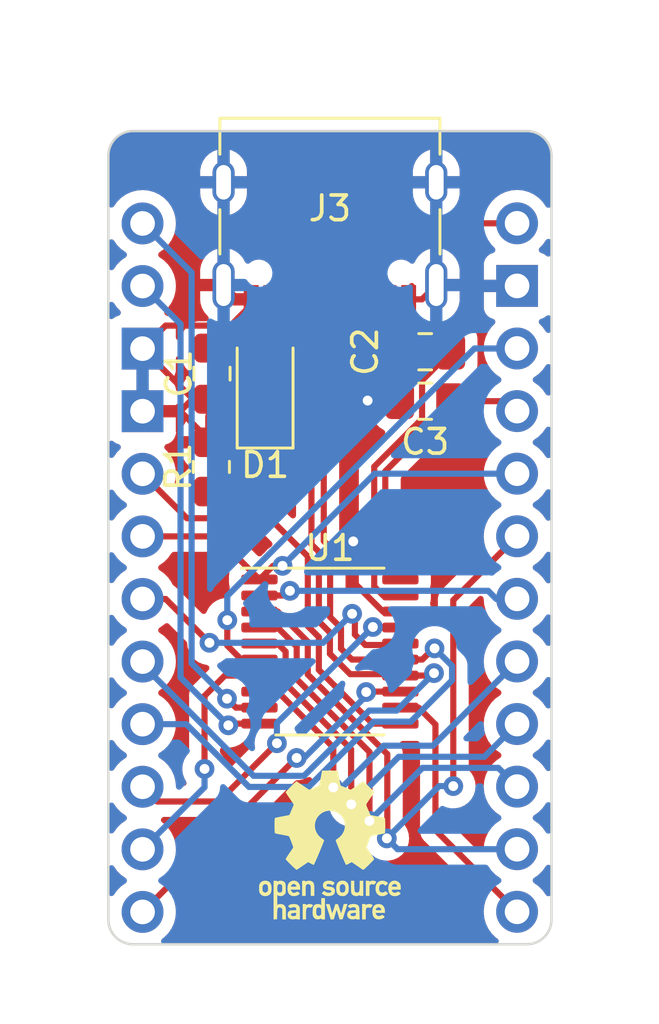
<source format=kicad_pcb>
(kicad_pcb (version 20221018) (generator pcbnew)
  (title_block (title "CH552T ProMicro") (date "2023-10-21") (rev "v0.1") (company "Namnlos") (comment 1 "Jan Lindblom"))
  (layers (0 "F.Cu" signal) (31 "B.Cu" signal) (34 "B.Paste" user) (35 "F.Paste" user) (36 "B.SilkS" user "B.Silkscreen") (37 "F.SilkS" user "F.Silkscreen") (38 "B.Mask" user) (39 "F.Mask" user) (44 "Edge.Cuts" user))
  (net 0 "")
  (net 1 "GND")
  (net 2 "VCC")
  (net 3 "+3V3")
  (net 4 "RST")
  (net 5 "P31")
  (net 6 "P30")
  (net 7 "P10")
  (net 12 "Net-(D1-K)")
  (net 13 "MISO")
  (net 14 "P14")
  (net 15 "P11")
  (net 16 "P33")
  (net 17 "P34")
  (net 18 "P35")
  (net 19 "P13")
  (net 20 "P12")
  (net 21 "A3")
  (net 22 "A2")
  (net 23 "P17")
  (net 24 "P37")
  (net 25 "P36")
  (footprint "Connector_USB:USB_C_Receptacle_Palconn_UTC16-G" (layer "F.Cu") (at 97.7816 70.471 180)
    (fp_text reference "J3" (at 0 1.1798) (layer "F.SilkS"))
    (fp_text value "USB_C_Receptacle_USB2.0")
    (pad "" np_thru_hole circle locked (at -2.89 -1.45) (size 0.6 0.6) (drill 0.6) (layers "*.Cu" "*.Mask"))
    (pad "" np_thru_hole circle locked (at 2.89 -1.45) (size 0.6 0.6) (drill 0.6) (layers "*.Cu" "*.Mask"))
    (pad "A1" smd rect locked (at -3.2 -2.51 180) (size 0.6 1.16) (layers "F.Cu" "F.Paste" "F.Mask") (net 1 "GND"))
    (pad "A4" smd rect locked (at -2.4 -2.51 180) (size 0.6 1.16) (layers "F.Cu" "F.Paste" "F.Mask") (net 2 "VCC"))
    (pad "A5" smd rect locked (at -1.25 -2.51) (size 0.3 1.16) (layers "F.Cu" "F.Paste" "F.Mask"))
    (pad "A6" smd rect locked (at -0.25 -2.51) (size 0.3 1.16) (layers "F.Cu" "F.Paste" "F.Mask") (net 25 "P36"))
    (pad "A7" smd rect locked (at 0.25 -2.51) (size 0.3 1.16) (layers "F.Cu" "F.Paste" "F.Mask") (net 24 "P37"))
    (pad "A8" smd rect locked (at 1.25 -2.51) (size 0.3 1.16) (layers "F.Cu" "F.Paste" "F.Mask"))
    (pad "A9" smd rect locked (at 2.4 -2.51 180) (size 0.6 1.16) (layers "F.Cu" "F.Paste" "F.Mask") (net 2 "VCC"))
    (pad "A12" smd rect locked (at 3.2 -2.51 180) (size 0.6 1.16) (layers "F.Cu" "F.Paste" "F.Mask") (net 1 "GND"))
    (pad "B1" smd rect locked (at 3.2 -2.51 180) (size 0.6 1.16) (layers "F.Cu" "F.Paste" "F.Mask") (net 1 "GND"))
    (pad "B4" smd rect locked (at 2.4 -2.51 180) (size 0.6 1.16) (layers "F.Cu" "F.Paste" "F.Mask") (net 2 "VCC"))
    (pad "B5" smd rect locked (at 1.75 -2.51) (size 0.3 1.16) (layers "F.Cu" "F.Paste" "F.Mask"))
    (pad "B6" smd rect locked (at 0.75 -2.51) (size 0.3 1.16) (layers "F.Cu" "F.Paste" "F.Mask") (net 25 "P36"))
    (pad "B7" smd rect locked (at -0.75 -2.51) (size 0.3 1.16) (layers "F.Cu" "F.Paste" "F.Mask") (net 24 "P37"))
    (pad "B8" smd rect locked (at -1.75 -2.51) (size 0.3 1.16) (layers "F.Cu" "F.Paste" "F.Mask"))
    (pad "B9" smd rect locked (at -2.4 -2.51 180) (size 0.6 1.16) (layers "F.Cu" "F.Paste" "F.Mask") (net 2 "VCC"))
    (pad "B12" smd rect locked (at -3.2 -2.51 180) (size 0.6 1.16) (layers "F.Cu" "F.Paste" "F.Mask") (net 1 "GND"))
    (pad "S1" thru_hole oval locked (at -4.32 -1.93 270) (size 2 0.9) (drill oval 1.7 0.6) (layers "*.Cu" "*.Mask") (net 1 "GND"))
    (pad "S1" thru_hole oval locked (at -4.32 2.24 270) (size 1.7 0.9) (drill oval 1.4 0.6) (layers "*.Cu" "*.Mask") (net 1 "GND"))
    (pad "S1" thru_hole oval locked (at 4.32 -1.93 270) (size 2 0.9) (drill oval 1.7 0.6) (layers "*.Cu" "*.Mask") (net 1 "GND"))
    (pad "S1" thru_hole oval locked (at 4.32 2.24 270) (size 1.7 0.9) (drill oval 1.4 0.6) (layers "*.Cu" "*.Mask") (net 1 "GND"))
  )
  (footprint "Symbol:OSHW-Logo_5.7x6mm_SilkScreen" (layer "F.Cu") (at 97.774673 95.123)
    (fp_text reference "REF**" hide)
    (fp_text value "OSHW-Logo_5.7x6mm_SilkScreen" hide)
  )
  (footprint "Capacitor_SMD:C_0805_2012Metric_Pad1.18x1.45mm_HandSolder" (layer "F.Cu") (at 101.6508 75.1078 180)
    (fp_text reference "C2" (at 2.4384 0 90) (layer "F.SilkS"))
    (fp_text value "10u")
    (pad "1" smd roundrect locked (at -1.0375 0 180) (size 1.175 1.45) (layers "F.Cu" "F.Paste" "F.Mask") (roundrect_rratio 0.212766) (net 2 "VCC"))
    (pad "2" smd roundrect locked (at 1.0375 0 180) (size 1.175 1.45) (layers "F.Cu" "F.Paste" "F.Mask") (roundrect_rratio 0.212766) (net 1 "GND"))
  )
  (footprint "Connector_PinHeader_2.54mm:PinHeader_1x12_P2.54mm_Vertical" (layer "F.Cu") (at 105.3846 69.8958)
    (fp_text reference "J2" hide)
    (fp_text value "Conn_01x12")
    (pad "1" thru_hole oval locked (at 0 0) (size 1.7 1.7) (drill 1) (layers "*.Cu" "*.Mask") (net 2 "VCC"))
    (pad "2" thru_hole rect locked (at 0 2.54) (size 1.7 1.7) (drill 1) (layers "*.Cu" "*.Mask") (net 1 "GND"))
    (pad "3" thru_hole oval locked (at 0 5.08) (size 1.7 1.7) (drill 1) (layers "*.Cu" "*.Mask") (net 4 "RST"))
    (pad "4" thru_hole oval locked (at 0 7.62) (size 1.7 1.7) (drill 1) (layers "*.Cu" "*.Mask") (net 3 "+3V3"))
    (pad "5" thru_hole oval locked (at 0 10.16) (size 1.7 1.7) (drill 1) (layers "*.Cu" "*.Mask") (net 21 "A3"))
    (pad "6" thru_hole oval locked (at 0 12.7) (size 1.7 1.7) (drill 1) (layers "*.Cu" "*.Mask") (net 22 "A2"))
    (pad "7" thru_hole oval locked (at 0 15.24) (size 1.7 1.7) (drill 1) (layers "*.Cu" "*.Mask") (net 14 "P14"))
    (pad "8" thru_hole oval locked (at 0 17.78) (size 1.7 1.7) (drill 1) (layers "*.Cu" "*.Mask") (net 15 "P11"))
    (pad "9" thru_hole oval locked (at 0 20.32) (size 1.7 1.7) (drill 1) (layers "*.Cu" "*.Mask") (net 23 "P17"))
    (pad "10" thru_hole oval locked (at 0 22.86) (size 1.7 1.7) (drill 1) (layers "*.Cu" "*.Mask") (net 13 "MISO"))
    (pad "11" thru_hole oval locked (at 0 25.4) (size 1.7 1.7) (drill 1) (layers "*.Cu" "*.Mask") (net 22 "A2"))
    (pad "12" thru_hole oval locked (at 0 27.94) (size 1.7 1.7) (drill 1) (layers "*.Cu" "*.Mask") (net 17 "P34"))
  )
  (footprint "LED_SMD:LED_1206_3216Metric_Pad1.42x1.75mm_HandSolder" (layer "F.Cu") (at 95.1484 76.5556 90)
    (fp_text reference "D1" (at -3.1496 0) (layer "F.SilkS"))
    (fp_text value "PWR")
    (pad "1" smd roundrect locked (at -1.4875 0 90) (size 1.425 1.75) (layers "F.Cu" "F.Paste" "F.Mask") (roundrect_rratio 0.175439) (net 12 "Net-(D1-K)"))
    (pad "2" smd roundrect locked (at 1.4875 0 90) (size 1.425 1.75) (layers "F.Cu" "F.Paste" "F.Mask") (roundrect_rratio 0.175439) (net 2 "VCC"))
  )
  (footprint "Capacitor_SMD:C_0805_2012Metric_Pad1.18x1.45mm_HandSolder" (layer "F.Cu") (at 92.9894 75.9968 -90)
    (fp_text reference "C1" (at 0 1.3462 90) (layer "F.SilkS"))
    (fp_text value "100n")
    (pad "1" smd roundrect (at -1.0375 0 270) (size 1.175 1.45) (layers "F.Cu" "F.Paste" "F.Mask") (roundrect_rratio 0.212766) (net 2 "VCC"))
    (pad "2" smd roundrect (at 1.0375 0 270) (size 1.175 1.45) (layers "F.Cu" "F.Paste" "F.Mask") (roundrect_rratio 0.212766) (net 1 "GND"))
  )
  (footprint "Resistor_SMD:R_0805_2012Metric_Pad1.20x1.40mm_HandSolder" (layer "F.Cu") (at 92.964 79.7814 90)
    (fp_text reference "R1" (at 0 -1.3462 270) (layer "F.SilkS"))
    (fp_text value "1k")
    (pad "1" smd roundrect locked (at -1 0 90) (size 1.2 1.4) (layers "F.Cu" "F.Paste" "F.Mask") (roundrect_rratio 0.208333) (net 12 "Net-(D1-K)"))
    (pad "2" smd roundrect locked (at 1 0 90) (size 1.2 1.4) (layers "F.Cu" "F.Paste" "F.Mask") (roundrect_rratio 0.208333) (net 1 "GND"))
  )
  (footprint "Connector_PinHeader_2.54mm:PinHeader_1x12_P2.54mm_Vertical" (layer "F.Cu") (at 90.17 69.9008)
    (fp_text reference "J1" hide)
    (fp_text value "Conn_01x12")
    (pad "1" thru_hole oval locked (at 0 0) (size 1.7 1.7) (drill 1) (layers "*.Cu" "*.Mask") (net 5 "P31"))
    (pad "2" thru_hole oval locked (at 0 2.54) (size 1.7 1.7) (drill 1) (layers "*.Cu" "*.Mask") (net 6 "P30"))
    (pad "3" thru_hole rect locked (at 0 5.08) (size 1.7 1.7) (drill 1) (layers "*.Cu" "*.Mask") (net 1 "GND"))
    (pad "4" thru_hole rect locked (at 0 7.62) (size 1.7 1.7) (drill 1) (layers "*.Cu" "*.Mask") (net 1 "GND"))
    (pad "5" thru_hole oval locked (at 0 10.16) (size 1.7 1.7) (drill 1) (layers "*.Cu" "*.Mask") (net 16 "P33"))
    (pad "6" thru_hole oval locked (at 0 12.7) (size 1.7 1.7) (drill 1) (layers "*.Cu" "*.Mask") (net 21 "A3"))
    (pad "7" thru_hole oval locked (at 0 15.24) (size 1.7 1.7) (drill 1) (layers "*.Cu" "*.Mask") (net 19 "P13"))
    (pad "8" thru_hole oval locked (at 0 17.78) (size 1.7 1.7) (drill 1) (layers "*.Cu" "*.Mask") (net 25 "P36"))
    (pad "9" thru_hole oval locked (at 0 20.32) (size 1.7 1.7) (drill 1) (layers "*.Cu" "*.Mask") (net 24 "P37"))
    (pad "10" thru_hole oval locked (at 0 22.86) (size 1.7 1.7) (drill 1) (layers "*.Cu" "*.Mask") (net 20 "P12"))
    (pad "11" thru_hole oval locked (at 0 25.4) (size 1.7 1.7) (drill 1) (layers "*.Cu" "*.Mask") (net 7 "P10"))
    (pad "12" thru_hole oval locked (at 0 27.94) (size 1.7 1.7) (drill 1) (layers "*.Cu" "*.Mask") (net 18 "P35"))
  )
  (footprint "Capacitor_SMD:C_0805_2012Metric_Pad1.18x1.45mm_HandSolder" (layer "F.Cu") (at 101.6508 77.1144 180)
    (fp_text reference "C3" (at 0 -1.651) (layer "F.SilkS"))
    (fp_text value "100n")
    (pad "1" smd roundrect locked (at -1.0375 0 180) (size 1.175 1.45) (layers "F.Cu" "F.Paste" "F.Mask") (roundrect_rratio 0.212766) (net 3 "+3V3"))
    (pad "2" smd roundrect locked (at 1.0375 0 180) (size 1.175 1.45) (layers "F.Cu" "F.Paste" "F.Mask") (roundrect_rratio 0.212766) (net 1 "GND"))
  )
  (footprint "Package_SO:TSSOP-20_4.4x6.5mm_P0.65mm" (layer "F.Cu") (at 97.7816 87.2744)
    (fp_text reference "U1" (at 0 -4.2) (layer "F.SilkS"))
    (fp_text value "CH552T")
    (pad "1" smd roundrect locked (at -2.8625 -2.925) (size 1.475 0.4) (layers "F.Cu" "F.Paste" "F.Mask") (net 21 "A3"))
    (pad "2" smd roundrect locked (at -2.8625 -2.275) (size 1.475 0.4) (layers "F.Cu" "F.Paste" "F.Mask") (net 14 "P14"))
    (pad "3" smd roundrect locked (at -2.8625 -1.625) (size 1.475 0.4) (layers "F.Cu" "F.Paste" "F.Mask") (net 22 "A2"))
    (pad "4" smd roundrect locked (at -2.8625 -0.975) (size 1.475 0.4) (layers "F.Cu" "F.Paste" "F.Mask") (net 13 "MISO"))
    (pad "5" smd roundrect locked (at -2.8625 -0.325) (size 1.475 0.4) (layers "F.Cu" "F.Paste" "F.Mask") (net 23 "P17"))
    (pad "6" smd roundrect locked (at -2.8625 0.325) (size 1.475 0.4) (layers "F.Cu" "F.Paste" "F.Mask") (net 4 "RST"))
    (pad "7" smd roundrect locked (at -2.8625 0.975) (size 1.475 0.4) (layers "F.Cu" "F.Paste" "F.Mask") (net 7 "P10"))
    (pad "8" smd roundrect locked (at -2.8625 1.625) (size 1.475 0.4) (layers "F.Cu" "F.Paste" "F.Mask") (net 15 "P11"))
    (pad "9" smd roundrect locked (at -2.8625 2.275) (size 1.475 0.4) (layers "F.Cu" "F.Paste" "F.Mask") (net 5 "P31"))
    (pad "10" smd roundrect locked (at -2.8625 2.925) (size 1.475 0.4) (layers "F.Cu" "F.Paste" "F.Mask") (net 6 "P30"))
    (pad "11" smd roundrect locked (at 2.8625 2.925) (size 1.475 0.4) (layers "F.Cu" "F.Paste" "F.Mask") (net 16 "P33"))
    (pad "12" smd roundrect locked (at 2.8625 2.275) (size 1.475 0.4) (layers "F.Cu" "F.Paste" "F.Mask") (net 17 "P34"))
    (pad "13" smd roundrect locked (at 2.8625 1.625) (size 1.475 0.4) (layers "F.Cu" "F.Paste" "F.Mask") (net 18 "P35"))
    (pad "14" smd roundrect locked (at 2.8625 0.975) (size 1.475 0.4) (layers "F.Cu" "F.Paste" "F.Mask") (net 25 "P36"))
    (pad "15" smd roundrect locked (at 2.8625 0.325) (size 1.475 0.4) (layers "F.Cu" "F.Paste" "F.Mask") (net 24 "P37"))
    (pad "16" smd roundrect locked (at 2.8625 -0.325) (size 1.475 0.4) (layers "F.Cu" "F.Paste" "F.Mask") (net 19 "P13"))
    (pad "17" smd roundrect locked (at 2.8625 -0.975) (size 1.475 0.4) (layers "F.Cu" "F.Paste" "F.Mask") (net 20 "P12"))
    (pad "18" smd roundrect locked (at 2.8625 -1.625) (size 1.475 0.4) (layers "F.Cu" "F.Paste" "F.Mask") (net 1 "GND"))
    (pad "19" smd roundrect locked (at 2.8625 -2.275) (size 1.475 0.4) (layers "F.Cu" "F.Paste" "F.Mask") (net 2 "VCC"))
    (pad "20" smd roundrect locked (at 2.8625 -2.925) (size 1.475 0.4) (layers "F.Cu" "F.Paste" "F.Mask") (net 3 "+3V3"))
  )
  (gr_arc locked (start 106.7816 98.153) (mid 106.488707 98.860107) (end 105.7816 99.153) (stroke (width 0.1)) (layer "Edge.Cuts"))
  (gr_line locked (start 88.7816 98.153) (end 88.7816 67.153) (stroke (width 0.1)) (layer "Edge.Cuts"))
  (gr_line locked (start 89.7816 66.153) (end 105.7816 66.153) (stroke (width 0.1)) (layer "Edge.Cuts"))
  (gr_arc locked (start 105.7816 66.153) (mid 106.488707 66.445893) (end 106.7816 67.153) (stroke (width 0.1)) (layer "Edge.Cuts"))
  (gr_line locked (start 105.7816 99.153) (end 89.7816 99.153) (stroke (width 0.1)) (layer "Edge.Cuts"))
  (gr_arc locked (start 88.7816 67.153) (mid 89.074493 66.445893) (end 89.7816 66.153) (stroke (width 0.1)) (layer "Edge.Cuts"))
  (gr_line locked (start 106.7816 67.153) (end 106.7816 98.153) (stroke (width 0.1)) (layer "Edge.Cuts"))
  (gr_arc locked (start 89.7816 99.153) (mid 89.074493 98.860107) (end 88.7816 98.153) (stroke (width 0.1)) (layer "Edge.Cuts"))
  (segment (start 99.932973 85.6494) (end 98.7298 84.446227) (width 0.25) (layer "F.Cu") (net 1))
  (segment (start 91.7034 77.5208) (end 92.964 78.7814) (width 0.25) (layer "F.Cu") (net 1))
  (segment (start 94.5816 72.981) (end 94.0416 72.981) (width 0.25) (layer "F.Cu") (net 1))
  (segment (start 100.9816 72.981) (end 101.5216 72.981) (width 0.25) (layer "F.Cu") (net 1))
  (segment (start 90.17 74.9808) (end 92.2235 77.0343) (width 0.25) (layer "F.Cu") (net 1))
  (segment (start 90.17 77.5208) (end 91.7034 77.5208) (width 0.25) (layer "F.Cu") (net 1))
  (segment (start 98.7298 84.446227) (end 98.7298 82.804) (width 0.25) (layer "F.Cu") (net 1))
  (segment (start 101.5216 72.981) (end 102.1016 72.401) (width 0.25) (layer "F.Cu") (net 1))
  (segment (start 91.104 74.0468) (end 93.7456 74.0468) (width 0.25) (layer "F.Cu") (net 1))
  (segment (start 94.0416 72.981) (end 93.4616 72.401) (width 0.25) (layer "F.Cu") (net 1))
  (segment (start 92.2235 77.0343) (end 92.9894 77.0343) (width 0.25) (layer "F.Cu") (net 1))
  (segment (start 90.17 74.9808) (end 91.104 74.0468) (width 0.25) (layer "F.Cu") (net 1))
  (segment (start 92.9894 77.0343) (end 92.1899 77.0343) (width 0.25) (layer "F.Cu") (net 1))
  (segment (start 92.1899 77.0343) (end 91.7034 77.5208) (width 0.25) (layer "F.Cu") (net 1))
  (segment (start 100.6133 77.1144) (end 100.6133 75.1078) (width 0.25) (layer "F.Cu") (net 1))
  (segment (start 94.5816 73.2108) (end 94.5816 72.981) (width 0.25) (layer "F.Cu") (net 1))
  (segment (start 93.7456 74.0468) (end 94.5816 73.2108) (width 0.25) (layer "F.Cu") (net 1))
  (segment (start 100.6441 85.6494) (end 99.932973 85.6494) (width 0.25) (layer "F.Cu") (net 1))
  (via (at 98.7298 82.804) (size 0.8) (drill 0.4) (layers "F.Cu" "B.Cu") (net 1))
  (via (at 99.314 77.089) (size 0.8) (drill 0.4) (layers "F.Cu" "B.Cu") (net 1))
  (segment (start 105.3846 72.4358) (end 102.1364 72.4358) (width 0.25) (layer "B.Cu") (net 1))
  (segment (start 102.1364 72.4358) (end 102.1016 72.401) (width 0.25) (layer "B.Cu") (net 1))
  (segment (start 99.945743 84.9994) (end 100.6441 84.9994) (width 0.25) (layer "F.Cu") (net 2))
  (segment (start 99.5816 84.635257) (end 99.945743 84.9994) (width 0.25) (layer "F.Cu") (net 2))
  (segment (start 100.1816 72.385594) (end 97.8868 70.090794) (width 0.25) (layer "F.Cu") (net 2))
  (segment (start 102.6883 75.1078) (end 101.4665 73.886) (width 0.25) (layer "F.Cu") (net 2))
  (segment (start 102.6883 75.1078) (end 101.5258 76.2703) (width 0.25) (layer "F.Cu") (net 2))
  (segment (start 93.0982 75.0681) (end 92.9894 74.9593) (width 0.25) (layer "F.Cu") (net 2))
  (segment (start 97.8868 70.090794) (end 97.8868 69.8958) (width 0.25) (layer "F.Cu") (net 2))
  (segment (start 101.4665 73.886) (end 100.5066 73.886) (width 0.25) (layer "F.Cu") (net 2))
  (segment (start 100.1816 73.561) (end 100.1816 72.981) (width 0.25) (layer "F.Cu") (net 2))
  (segment (start 105.3846 69.8958) (end 97.8868 69.8958) (width 0.25) (layer "F.Cu") (net 2))
  (segment (start 100.1816 72.981) (end 100.1816 72.385594) (width 0.25) (layer "F.Cu") (net 2))
  (segment (start 99.5816 79.771774) (end 99.5816 84.635257) (width 0.25) (layer "F.Cu") (net 2))
  (segment (start 100.5066 73.886) (end 100.1816 73.561) (width 0.25) (layer "F.Cu") (net 2))
  (segment (start 95.3816 74.8349) (end 95.1484 75.0681) (width 0.25) (layer "F.Cu") (net 2))
  (segment (start 101.5258 76.2703) (end 101.5258 77.827574) (width 0.25) (layer "F.Cu") (net 2))
  (segment (start 97.8868 69.8958) (end 95.3816 72.401) (width 0.25) (layer "F.Cu") (net 2))
  (segment (start 101.5258 77.827574) (end 99.5816 79.771774) (width 0.25) (layer "F.Cu") (net 2))
  (segment (start 95.1484 75.0681) (end 93.0982 75.0681) (width 0.25) (layer "F.Cu") (net 2))
  (segment (start 95.3816 72.981) (end 95.3816 74.8349) (width 0.25) (layer "F.Cu") (net 2))
  (segment (start 95.3816 72.401) (end 95.3816 72.981) (width 0.25) (layer "F.Cu") (net 2))
  (segment (start 100.0316 79.95817) (end 102.6883 77.30147) (width 0.25) (layer "F.Cu") (net 3))
  (segment (start 102.6883 77.30147) (end 102.6883 77.1144) (width 0.25) (layer "F.Cu") (net 3))
  (segment (start 100.6441 84.3494) (end 100.0316 83.7369) (width 0.25) (layer "F.Cu") (net 3))
  (segment (start 100.0316 83.7369) (end 100.0316 79.95817) (width 0.25) (layer "F.Cu") (net 3))
  (segment (start 102.6883 77.1144) (end 104.9832 77.1144) (width 0.25) (layer "F.Cu") (net 3))
  (segment (start 104.9832 77.1144) (end 105.3846 77.5158) (width 0.25) (layer "F.Cu") (net 3))
  (segment (start 93.6128 87.0306) (end 94.1816 87.5994) (width 0.25) (layer "F.Cu") (net 4))
  (segment (start 93.6128 86.002666) (end 93.6128 87.0306) (width 0.25) (layer "F.Cu") (net 4))
  (segment (start 93.611415 86.001281) (end 93.6128 86.002666) (width 0.25) (layer "F.Cu") (net 4))
  (segment (start 94.1816 87.5994) (end 94.9191 87.5994) (width 0.25) (layer "F.Cu") (net 4))
  (via (at 93.611415 86.001281) (size 0.8) (drill 0.4) (layers "F.Cu" "B.Cu") (net 4))
  (segment (start 93.611415 86.001281) (end 93.611415 85.016265) (width 0.25) (layer "B.Cu") (net 4))
  (segment (start 103.65188 74.9758) (end 105.3846 74.9758) (width 0.25) (layer "B.Cu") (net 4))
  (segment (start 93.611415 85.016265) (end 103.65188 74.9758) (width 0.25) (layer "B.Cu") (net 4))
  (segment (start 94.9191 89.5494) (end 93.962212 89.5494) (width 0.25) (layer "F.Cu") (net 5))
  (segment (start 93.962212 89.5494) (end 93.600259 89.187447) (width 0.25) (layer "F.Cu") (net 5))
  (via (at 93.600259 89.187447) (size 0.8) (drill 0.4) (layers "F.Cu" "B.Cu") (net 5))
  (segment (start 92.1628 71.8936) (end 92.1628 87.749988) (width 0.25) (layer "B.Cu") (net 5))
  (segment (start 92.1628 87.749988) (end 93.600259 89.187447) (width 0.25) (layer "B.Cu") (net 5))
  (segment (start 90.17 69.9008) (end 92.1628 71.8936) (width 0.25) (layer "B.Cu") (net 5))
  (segment (start 94.9191 90.1994) (end 93.722438 90.1994) (width 0.25) (layer "F.Cu") (net 6))
  (segment (start 93.722438 90.1994) (end 93.654672 90.267166) (width 0.25) (layer "F.Cu") (net 6))
  (via (at 93.654672 90.267166) (size 0.8) (drill 0.4) (layers "F.Cu" "B.Cu") (net 6))
  (segment (start 90.17 72.4408) (end 91.7128 73.9836) (width 0.25) (layer "B.Cu") (net 6))
  (segment (start 91.7128 73.9836) (end 91.7128 88.325294) (width 0.25) (layer "B.Cu") (net 6))
  (segment (start 91.7128 88.325294) (end 93.654672 90.267166) (width 0.25) (layer "B.Cu") (net 6))
  (segment (start 94.9191 88.2494) (end 93.513001 88.2494) (width 0.25) (layer "F.Cu") (net 7))
  (segment (start 92.688033 89.074368) (end 92.688033 92.036939) (width 0.25) (layer "F.Cu") (net 7))
  (segment (start 93.513001 88.2494) (end 92.688033 89.074368) (width 0.25) (layer "F.Cu") (net 7))
  (via (at 92.688033 92.036939) (size 0.8) (drill 0.4) (layers "F.Cu" "B.Cu") (net 7))
  (segment (start 92.688033 92.782767) (end 92.688033 92.036939) (width 0.25) (layer "B.Cu") (net 7))
  (segment (start 90.17 95.3008) (end 92.688033 92.782767) (width 0.25) (layer "B.Cu") (net 7))
  (segment (start 95.1484 78.597) (end 95.1484 78.0431) (width 0.25) (layer "F.Cu") (net 12))
  (segment (start 92.964 80.7814) (end 95.1484 78.597) (width 0.25) (layer "F.Cu") (net 12))
  (segment (start 94.9191 86.2994) (end 95.6566 86.2994) (width 0.25) (layer "F.Cu") (net 13))
  (segment (start 96.4316 88.391897) (end 99.388213 91.34851) (width 0.25) (layer "F.Cu") (net 13))
  (segment (start 95.6566 86.2994) (end 96.4316 87.0744) (width 0.25) (layer "F.Cu") (net 13))
  (segment (start 99.388213 91.34851) (end 99.388213 94.147382) (width 0.25) (layer "F.Cu") (net 13))
  (segment (start 96.4316 87.0744) (end 96.4316 88.391897) (width 0.25) (layer "F.Cu") (net 13))
  (via (at 99.388213 94.147382) (size 0.8) (drill 0.4) (layers "F.Cu" "B.Cu") (net 13))
  (segment (start 101.540551 91.995044) (end 99.388213 94.147382) (width 0.25) (layer "B.Cu") (net 13))
  (segment (start 105.3846 92.7558) (end 104.623844 91.995044) (width 0.25) (layer "B.Cu") (net 13))
  (segment (start 104.623844 91.995044) (end 101.540551 91.995044) (width 0.25) (layer "B.Cu") (net 13))
  (segment (start 95.967958 84.9994) (end 96.1578 84.809558) (width 0.25) (layer "F.Cu") (net 14))
  (segment (start 94.9191 84.9994) (end 95.967958 84.9994) (width 0.25) (layer "F.Cu") (net 14))
  (via (at 96.1578 84.809558) (size 0.8) (drill 0.4) (layers "F.Cu" "B.Cu") (net 14))
  (segment (start 105.3846 85.1358) (end 104.5346 85.1358) (width 0.25) (layer "B.Cu") (net 14))
  (segment (start 104.208358 84.809558) (end 96.1578 84.809558) (width 0.25) (layer "B.Cu") (net 14))
  (segment (start 104.5346 85.1358) (end 104.208358 84.809558) (width 0.25) (layer "B.Cu") (net 14))
  (segment (start 95.6566 88.8994) (end 97.920103 91.162903) (width 0.25) (layer "F.Cu") (net 15))
  (segment (start 94.9191 88.8994) (end 95.6566 88.8994) (width 0.25) (layer "F.Cu") (net 15))
  (segment (start 97.920103 91.162903) (end 97.920103 92.789304) (width 0.25) (layer "F.Cu") (net 15))
  (via (at 97.920103 92.789304) (size 0.8) (drill 0.4) (layers "F.Cu" "B.Cu") (net 15))
  (segment (start 99.965152 91.095044) (end 98.270892 92.789304) (width 0.25) (layer "B.Cu") (net 15))
  (segment (start 105.3846 87.6758) (end 101.965356 91.095044) (width 0.25) (layer "B.Cu") (net 15))
  (segment (start 98.270892 92.789304) (end 97.920103 92.789304) (width 0.25) (layer "B.Cu") (net 15))
  (segment (start 101.965356 91.095044) (end 99.965152 91.095044) (width 0.25) (layer "B.Cu") (net 15))
  (segment (start 97.3316 86.688004) (end 96.8828 86.239204) (width 0.25) (layer "F.Cu") (net 16))
  (segment (start 95.335505 81.8642) (end 91.9734 81.8642) (width 0.25) (layer "F.Cu") (net 16))
  (segment (start 96.8828 86.239204) (end 96.8828 83.411495) (width 0.25) (layer "F.Cu") (net 16))
  (segment (start 100.6441 90.1994) (end 99.511895 90.1994) (width 0.25) (layer "F.Cu") (net 16))
  (segment (start 99.511895 90.1994) (end 97.3316 88.019105) (width 0.25) (layer "F.Cu") (net 16))
  (segment (start 97.3316 88.019105) (end 97.3316 86.688004) (width 0.25) (layer "F.Cu") (net 16))
  (segment (start 91.9734 81.8642) (end 90.17 80.0608) (width 0.25) (layer "F.Cu") (net 16))
  (segment (start 96.8828 83.411495) (end 95.335505 81.8642) (width 0.25) (layer "F.Cu") (net 16))
  (segment (start 100.6441 89.5494) (end 101.3816 89.5494) (width 0.25) (layer "F.Cu") (net 17))
  (segment (start 101.3816 89.5494) (end 102.0688 90.2366) (width 0.25) (layer "F.Cu") (net 17))
  (segment (start 102.0688 94.52) (end 105.3846 97.8358) (width 0.25) (layer "F.Cu") (net 17))
  (segment (start 102.0688 90.2366) (end 102.0688 94.52) (width 0.25) (layer "F.Cu") (net 17))
  (segment (start 100.6441 88.8994) (end 99.273009 88.8994) (width 0.25) (layer "F.Cu") (net 18))
  (segment (start 99.273009 88.8994) (end 99.255105 88.917304) (width 0.25) (layer "F.Cu") (net 18))
  (segment (start 90.17 97.8408) (end 96.4184 91.5924) (width 0.25) (layer "F.Cu") (net 18))
  (segment (start 96.4184 91.5924) (end 96.43 91.5924) (width 0.25) (layer "F.Cu") (net 18))
  (via (at 99.255105 88.917304) (size 0.8) (drill 0.4) (layers "F.Cu" "B.Cu") (net 18))
  (via (at 96.43 91.5924) (size 0.8) (drill 0.4) (layers "F.Cu" "B.Cu") (net 18))
  (segment (start 99.255105 89.0698) (end 96.732505 91.5924) (width 0.25) (layer "B.Cu") (net 18))
  (segment (start 96.732505 91.5924) (end 96.43 91.5924) (width 0.25) (layer "B.Cu") (net 18))
  (segment (start 99.255105 88.917304) (end 99.255105 89.0698) (width 0.25) (layer "B.Cu") (net 18))
  (segment (start 91.1098 85.1408) (end 92.8878 86.9188) (width 0.25) (layer "F.Cu") (net 19))
  (segment (start 90.17 85.1408) (end 91.1098 85.1408) (width 0.25) (layer "F.Cu") (net 19))
  (segment (start 98.795855 85.854161) (end 98.683611 85.741917) (width 0.25) (layer "F.Cu") (net 19))
  (segment (start 99.22055 87.009061) (end 98.795855 86.584366) (width 0.25) (layer "F.Cu") (net 19))
  (segment (start 100.584439 87.009061) (end 99.22055 87.009061) (width 0.25) (layer "F.Cu") (net 19))
  (segment (start 98.795855 86.584366) (end 98.795855 85.854161) (width 0.25) (layer "F.Cu") (net 19))
  (segment (start 100.6441 86.9494) (end 100.584439 87.009061) (width 0.25) (layer "F.Cu") (net 19))
  (via (at 98.683611 85.741917) (size 0.8) (drill 0.4) (layers "F.Cu" "B.Cu") (net 19))
  (via (at 92.8878 86.9188) (size 0.8) (drill 0.4) (layers "F.Cu" "B.Cu") (net 19))
  (segment (start 92.8878 86.9188) (end 97.506728 86.9188) (width 0.25) (layer "B.Cu") (net 19))
  (segment (start 97.506728 86.9188) (end 98.683611 85.741917) (width 0.25) (layer "B.Cu") (net 19))
  (segment (start 90.768568 93.359368) (end 93.263847 93.359368) (width 0.25) (layer "F.Cu") (net 20))
  (segment (start 99.548972 86.2994) (end 99.527699 86.278127) (width 0.25) (layer "F.Cu") (net 20))
  (segment (start 90.17 92.7608) (end 90.768568 93.359368) (width 0.25) (layer "F.Cu") (net 20))
  (segment (start 100.6441 86.2994) (end 99.548972 86.2994) (width 0.25) (layer "F.Cu") (net 20))
  (segment (start 93.263847 93.359368) (end 95.627585 90.99563) (width 0.25) (layer "F.Cu") (net 20))
  (via (at 99.527699 86.278127) (size 0.8) (drill 0.4) (layers "F.Cu" "B.Cu") (net 20))
  (via (at 95.627585 90.99563) (size 0.8) (drill 0.4) (layers "F.Cu" "B.Cu") (net 20))
  (segment (start 99.527699 86.278127) (end 95.627585 90.178241) (width 0.25) (layer "B.Cu") (net 20))
  (segment (start 95.627585 90.178241) (end 95.627585 90.99563) (width 0.25) (layer "B.Cu") (net 20))
  (segment (start 95.472115 83.796385) (end 95.8566 83.796385) (width 0.25) (layer "F.Cu") (net 21))
  (segment (start 93.1705 82.6008) (end 90.17 82.6008) (width 0.25) (layer "F.Cu") (net 21))
  (segment (start 94.9191 84.3494) (end 93.1705 82.6008) (width 0.25) (layer "F.Cu") (net 21))
  (segment (start 94.9191 84.3494) (end 95.472115 83.796385) (width 0.25) (layer "F.Cu") (net 21))
  (via (at 95.8566 83.796385) (size 0.8) (drill 0.4) (layers "F.Cu" "B.Cu") (net 21))
  (segment (start 105.3846 80.0558) (end 99.597185 80.0558) (width 0.25) (layer "B.Cu") (net 21))
  (segment (start 99.597185 80.0558) (end 95.8566 83.796385) (width 0.25) (layer "B.Cu") (net 21))
  (segment (start 100.113213 91.437114) (end 100.113213 94.836592) (width 0.25) (layer "F.Cu") (net 22))
  (segment (start 105.3846 82.5958) (end 102.7938 85.1866) (width 0.25) (layer "F.Cu") (net 22))
  (segment (start 94.9191 85.6494) (end 95.6566 85.6494) (width 0.25) (layer "F.Cu") (net 22))
  (segment (start 95.6566 85.6494) (end 96.8816 86.8744) (width 0.25) (layer "F.Cu") (net 22))
  (segment (start 96.8816 88.205501) (end 100.113213 91.437114) (width 0.25) (layer "F.Cu") (net 22))
  (segment (start 100.113213 94.836592) (end 100.09307 94.856735) (width 0.25) (layer "F.Cu") (net 22))
  (segment (start 102.7938 85.1866) (end 102.7938 92.7354) (width 0.25) (layer "F.Cu") (net 22))
  (segment (start 96.8816 86.8744) (end 96.8816 88.205501) (width 0.25) (layer "F.Cu") (net 22))
  (via (at 102.7938 92.7354) (size 0.8) (drill 0.4) (layers "F.Cu" "B.Cu") (net 22))
  (via (at 100.09307 94.856735) (size 0.8) (drill 0.4) (layers "F.Cu" "B.Cu") (net 22))
  (segment (start 105.3846 95.2958) (end 100.532135 95.2958) (width 0.25) (layer "B.Cu") (net 22))
  (segment (start 102.7938 92.7354) (end 102.214405 92.7354) (width 0.25) (layer "B.Cu") (net 22))
  (segment (start 102.214405 92.7354) (end 100.09307 94.856735) (width 0.25) (layer "B.Cu") (net 22))
  (segment (start 100.532135 95.2958) (end 100.09307 94.856735) (width 0.25) (layer "B.Cu") (net 22))
  (segment (start 98.642 91.238693) (end 98.642 92.485896) (width 0.25) (layer "F.Cu") (net 23))
  (segment (start 98.642 92.485896) (end 98.648304 92.4922) (width 0.25) (layer "F.Cu") (net 23))
  (segment (start 95.6566 86.9494) (end 95.9816 87.2744) (width 0.25) (layer "F.Cu") (net 23))
  (segment (start 94.9191 86.9494) (end 95.6566 86.9494) (width 0.25) (layer "F.Cu") (net 23))
  (segment (start 95.9816 88.578293) (end 98.642 91.238693) (width 0.25) (layer "F.Cu") (net 23))
  (segment (start 95.9816 87.2744) (end 95.9816 88.578293) (width 0.25) (layer "F.Cu") (net 23))
  (segment (start 98.648304 92.4922) (end 98.648304 93.474671) (width 0.25) (layer "F.Cu") (net 23))
  (via (at 98.648304 93.474671) (size 0.8) (drill 0.4) (layers "F.Cu" "B.Cu") (net 23))
  (segment (start 100.577931 91.545044) (end 98.648304 93.474671) (width 0.25) (layer "B.Cu") (net 23))
  (segment (start 104.055356 91.545044) (end 100.577931 91.545044) (width 0.25) (layer "B.Cu") (net 23))
  (segment (start 105.3846 90.2158) (end 104.055356 91.545044) (width 0.25) (layer "B.Cu") (net 23))
  (segment (start 97.5316 82.787503) (end 97.5316 72.981) (width 0.25) (layer "F.Cu") (net 24))
  (segment (start 97.79 85.873612) (end 97.79 83.045903) (width 0.25) (layer "F.Cu") (net 24))
  (segment (start 97.5316 73.67062) (end 97.74698 73.886) (width 0.25) (layer "F.Cu") (net 24))
  (segment (start 100.6441 87.5994) (end 101.535789 87.5994) (width 0.25) (layer "F.Cu") (net 24))
  (segment (start 98.31622 73.886) (end 98.5316 73.67062) (width 0.25) (layer "F.Cu") (net 24))
  (segment (start 101.988992 87.146197) (end 102.031873 87.146197) (width 0.25) (layer "F.Cu") (net 24))
  (segment (start 97.74698 73.886) (end 98.31622 73.886) (width 0.25) (layer "F.Cu") (net 24))
  (segment (start 97.5316 72.981) (end 97.5316 73.67062) (width 0.25) (layer "F.Cu") (net 24))
  (segment (start 98.2316 87.1572) (end 98.2316 86.315212) (width 0.25) (layer "F.Cu") (net 24))
  (segment (start 98.5316 73.67062) (end 98.5316 72.981) (width 0.25) (layer "F.Cu") (net 24))
  (segment (start 98.6738 87.5994) (end 98.2316 87.1572) (width 0.25) (layer "F.Cu") (net 24))
  (segment (start 101.535789 87.5994) (end 101.988992 87.146197) (width 0.25) (layer "F.Cu") (net 24))
  (segment (start 97.79 83.045903) (end 97.5316 82.787503) (width 0.25) (layer "F.Cu") (net 24))
  (segment (start 98.2316 86.315212) (end 97.79 85.873612) (width 0.25) (layer "F.Cu") (net 24))
  (segment (start 100.6441 87.5994) (end 98.6738 87.5994) (width 0.25) (layer "F.Cu") (net 24))
  (via (at 102.031873 87.146197) (size 0.8) (drill 0.4) (layers "F.Cu" "B.Cu") (net 24))
  (segment (start 102.743 88.4428) (end 102.743 87.857324) (width 0.25) (layer "B.Cu") (net 24))
  (segment (start 91.946605 90.2208) (end 94.493205 92.7674) (width 0.25) (layer "B.Cu") (net 24))
  (segment (start 96.916701 92.7674) (end 99.564901 90.1192) (width 0.25) (layer "B.Cu") (net 24))
  (segment (start 94.493205 92.7674) (end 96.916701 92.7674) (width 0.25) (layer "B.Cu") (net 24))
  (segment (start 90.17 90.2208) (end 91.946605 90.2208) (width 0.25) (layer "B.Cu") (net 24))
  (segment (start 99.564901 90.1192) (end 101.0666 90.1192) (width 0.25) (layer "B.Cu") (net 24))
  (segment (start 102.743 87.857324) (end 102.031873 87.146197) (width 0.25) (layer "B.Cu") (net 24))
  (segment (start 101.0666 90.1192) (end 102.743 88.4428) (width 0.25) (layer "B.Cu") (net 24))
  (segment (start 97.0316 82.923899) (end 97.3328 83.225099) (width 0.25) (layer "F.Cu") (net 25))
  (segment (start 97.0316 72.29138) (end 97.0316 72.981) (width 0.25) (layer "F.Cu") (net 25))
  (segment (start 97.7816 87.3676) (end 98.606304 88.192304) (width 0.25) (layer "F.Cu") (net 25))
  (segment (start 98.0316 72.29138) (end 97.80002 72.0598) (width 0.25) (layer "F.Cu") (net 25))
  (segment (start 97.3328 86.052808) (end 97.7816 86.501608) (width 0.25) (layer "F.Cu") (net 25))
  (segment (start 97.26318 72.0598) (end 97.0316 72.29138) (width 0.25) (layer "F.Cu") (net 25))
  (segment (start 98.0316 72.981) (end 98.0316 72.29138) (width 0.25) (layer "F.Cu") (net 25))
  (segment (start 101.911094 88.2494) (end 102.010432 88.150062) (width 0.25) (layer "F.Cu") (net 25))
  (segment (start 97.3328 83.225099) (end 97.3328 86.052808) (width 0.25) (layer "F.Cu") (net 25))
  (segment (start 100.587004 88.192304) (end 100.6441 88.2494) (width 0.25) (layer "F.Cu") (net 25))
  (segment (start 97.80002 72.0598) (end 97.26318 72.0598) (width 0.25) (layer "F.Cu") (net 25))
  (segment (start 97.7816 86.501608) (end 97.7816 87.3676) (width 0.25) (layer "F.Cu") (net 25))
  (segment (start 98.606304 88.192304) (end 100.587004 88.192304) (width 0.25) (layer "F.Cu") (net 25))
  (segment (start 97.0316 72.981) (end 97.0316 82.923899) (width 0.25) (layer "F.Cu") (net 25))
  (segment (start 100.6441 88.2494) (end 101.911094 88.2494) (width 0.25) (layer "F.Cu") (net 25))
  (via (at 102.010432 88.150062) (size 0.8) (drill 0.4) (layers "F.Cu" "B.Cu") (net 25))
  (segment (start 90.17 87.807799) (end 94.679601 92.3174) (width 0.25) (layer "B.Cu") (net 25))
  (segment (start 90.17 87.6808) (end 90.17 87.807799) (width 0.25) (layer "B.Cu") (net 25))
  (segment (start 100.491294 89.6692) (end 102.010432 88.150062) (width 0.25) (layer "B.Cu") (net 25))
  (segment (start 94.679601 92.3174) (end 96.730305 92.3174) (width 0.25) (layer "B.Cu") (net 25))
  (segment (start 99.378505 89.6692) (end 100.491294 89.6692) (width 0.25) (layer "B.Cu") (net 25))
  (segment (start 96.730305 92.3174) (end 99.378505 89.6692) (width 0.25) (layer "B.Cu") (net 25))
  (zone (net 1) (net_name "GND") (layer "F.Cu") (connect_pads (clearance 0.5)) (min_thickness 0.25) (fill yes (thermal_gap 0.5) (thermal_bridge_width 0.5) (island_removal_mode 1) (island_area_min 10))
    (polygon (pts (xy 85.6742 61.849) (xy 109.4486 62.3316) (xy 108.5088 101.0158) (xy 84.5058 101.4222) (xy 85.0646 66.2686)))
  )
  (zone (net 1) (net_name "GND") (layer "B.Cu") (priority 1) (connect_pads (clearance 0.5)) (min_thickness 0.25) (fill yes (thermal_gap 0.5) (thermal_bridge_width 0.5) (island_removal_mode 1) (island_area_min 10))
    (polygon (pts (xy 84.3788 60.833) (xy 111.1504 63.2968) (xy 109.5756 101.9048) (xy 86.5886 102.3874)))
  )
)
</source>
